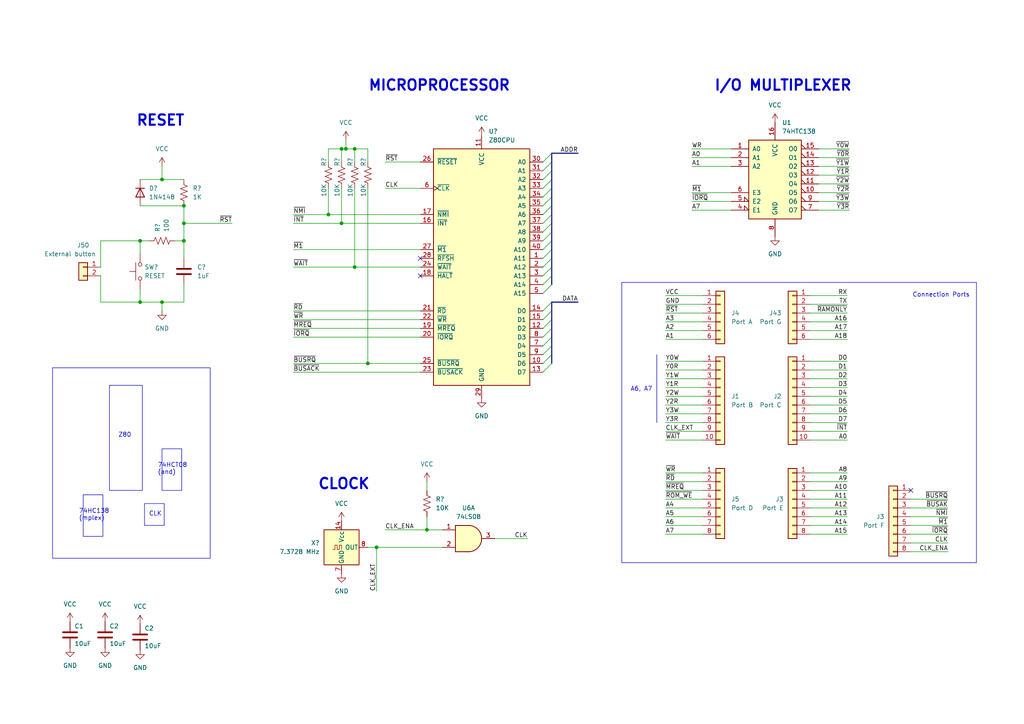
<source format=kicad_sch>
(kicad_sch (version 20230121) (generator eeschema)
  (paper "A4")
  (lib_symbols
    (symbol "74xx:74LS08" (pin_names (offset 1.016))
      (property "Reference" "U" (at 0 1.27 0))
      (property "Value" "74LS08" (at 0 -1.27 0))
      (symbol "74LS08_1_1"
        (arc (start 0 -3.81) (mid 3.7934 0) (end 0 3.81) (stroke (width 0.254)) (fill (type background)))
        (polyline (pts (xy 0 3.81) (xy -3.81 3.81) (xy -3.81 -3.81) (xy 0 -3.81)) (stroke (width 0.254)) (fill (type background)))
        (pin input line (at -7.62 2.54 0) (length 3.81) (name "~") (number "1"))
        (pin input line (at -7.62 -2.54 0) (length 3.81) (name "~") (number "2"))
        (pin output line (at 7.62 0 180) (length 3.81) (name "~") (number "3"))
      )
      (symbol "74LS08_1_2"
        (arc (start -3.81 -3.81) (mid -2.589 0) (end -3.81 3.81) (stroke (width 0.254)))
        (arc (start -0.6096 -3.81) (mid 2.1842 -2.5851) (end 3.81 0) (stroke (width 0.254)) (fill (type background)))
        (polyline (pts (xy -3.81 -3.81) (xy -0.635 -3.81)) (stroke (width 0.254)) (fill (type background)))
        (polyline (pts (xy -3.81 3.81) (xy -0.635 3.81)) (stroke (width 0.254)) (fill (type background)))
        (polyline (pts (xy -0.635 3.81) (xy -3.81 3.81) (xy -3.81 3.81) (xy -3.556 3.4036) (xy -3.0226 2.2606) (xy -2.6924 1.0414) (xy -2.6162 -0.254) (xy -2.7686 -1.4986) (xy -3.175 -2.7178) (xy -3.81 -3.81) (xy -3.81 -3.81) (xy -0.635 -3.81)) (stroke (width -25.4)) (fill (type background)))
        (arc (start 3.81 0) (mid 2.1915 2.5936) (end -0.6096 3.81) (stroke (width 0.254)) (fill (type background)))
        (pin input inverted (at -7.62 2.54 0) (length 4.318) (name "~") (number "1"))
        (pin input inverted (at -7.62 -2.54 0) (length 4.318) (name "~") (number "2"))
        (pin output inverted (at 7.62 0 180) (length 3.81) (name "~") (number "3"))
      )
      (symbol "74LS08_2_1"
        (arc (start 0 -3.81) (mid 3.7934 0) (end 0 3.81) (stroke (width 0.254)) (fill (type background)))
        (polyline (pts (xy 0 3.81) (xy -3.81 3.81) (xy -3.81 -3.81) (xy 0 -3.81)) (stroke (width 0.254)) (fill (type background)))
        (pin input line (at -7.62 2.54 0) (length 3.81) (name "~") (number "4"))
        (pin input line (at -7.62 -2.54 0) (length 3.81) (name "~") (number "5"))
        (pin output line (at 7.62 0 180) (length 3.81) (name "~") (number "6"))
      )
      (symbol "74LS08_2_2"
        (arc (start -3.81 -3.81) (mid -2.589 0) (end -3.81 3.81) (stroke (width 0.254)))
        (arc (start -0.6096 -3.81) (mid 2.1842 -2.5851) (end 3.81 0) (stroke (width 0.254)) (fill (type background)))
        (polyline (pts (xy -3.81 -3.81) (xy -0.635 -3.81)) (stroke (width 0.254)) (fill (type background)))
        (polyline (pts (xy -3.81 3.81) (xy -0.635 3.81)) (stroke (width 0.254)) (fill (type background)))
        (polyline (pts (xy -0.635 3.81) (xy -3.81 3.81) (xy -3.81 3.81) (xy -3.556 3.4036) (xy -3.0226 2.2606) (xy -2.6924 1.0414) (xy -2.6162 -0.254) (xy -2.7686 -1.4986) (xy -3.175 -2.7178) (xy -3.81 -3.81) (xy -3.81 -3.81) (xy -0.635 -3.81)) (stroke (width -25.4)) (fill (type background)))
        (arc (start 3.81 0) (mid 2.1915 2.5936) (end -0.6096 3.81) (stroke (width 0.254)) (fill (type background)))
        (pin input inverted (at -7.62 2.54 0) (length 4.318) (name "~") (number "4"))
        (pin input inverted (at -7.62 -2.54 0) (length 4.318) (name "~") (number "5"))
        (pin output inverted (at 7.62 0 180) (length 3.81) (name "~") (number "6"))
      )
      (symbol "74LS08_3_1"
        (arc (start 0 -3.81) (mid 3.7934 0) (end 0 3.81) (stroke (width 0.254)) (fill (type background)))
        (polyline (pts (xy 0 3.81) (xy -3.81 3.81) (xy -3.81 -3.81) (xy 0 -3.81)) (stroke (width 0.254)) (fill (type background)))
        (pin input line (at -7.62 -2.54 0) (length 3.81) (name "~") (number "10"))
        (pin output line (at 7.62 0 180) (length 3.81) (name "~") (number "8"))
        (pin input line (at -7.62 2.54 0) (length 3.81) (name "~") (number "9"))
      )
      (symbol "74LS08_3_2"
        (arc (start -3.81 -3.81) (mid -2.589 0) (end -3.81 3.81) (stroke (width 0.254)))
        (arc (start -0.6096 -3.81) (mid 2.1842 -2.5851) (end 3.81 0) (stroke (width 0.254)) (fill (type background)))
        (polyline (pts (xy -3.81 -3.81) (xy -0.635 -3.81)) (stroke (width 0.254)) (fill (type background)))
        (polyline (pts (xy -3.81 3.81) (xy -0.635 3.81)) (stroke (width 0.254)) (fill (type background)))
        (polyline (pts (xy -0.635 3.81) (xy -3.81 3.81) (xy -3.81 3.81) (xy -3.556 3.4036) (xy -3.0226 2.2606) (xy -2.6924 1.0414) (xy -2.6162 -0.254) (xy -2.7686 -1.4986) (xy -3.175 -2.7178) (xy -3.81 -3.81) (xy -3.81 -3.81) (xy -0.635 -3.81)) (stroke (width -25.4)) (fill (type background)))
        (arc (start 3.81 0) (mid 2.1915 2.5936) (end -0.6096 3.81) (stroke (width 0.254)) (fill (type background)))
        (pin input inverted (at -7.62 -2.54 0) (length 4.318) (name "~") (number "10"))
        (pin output inverted (at 7.62 0 180) (length 3.81) (name "~") (number "8"))
        (pin input inverted (at -7.62 2.54 0) (length 4.318) (name "~") (number "9"))
      )
      (symbol "74LS08_4_1"
        (arc (start 0 -3.81) (mid 3.7934 0) (end 0 3.81) (stroke (width 0.254)) (fill (type background)))
        (polyline (pts (xy 0 3.81) (xy -3.81 3.81) (xy -3.81 -3.81) (xy 0 -3.81)) (stroke (width 0.254)) (fill (type background)))
        (pin output line (at 7.62 0 180) (length 3.81) (name "~") (number "11"))
        (pin input line (at -7.62 2.54 0) (length 3.81) (name "~") (number "12"))
        (pin input line (at -7.62 -2.54 0) (length 3.81) (name "~") (number "13"))
      )
      (symbol "74LS08_4_2"
        (arc (start -3.81 -3.81) (mid -2.589 0) (end -3.81 3.81) (stroke (width 0.254)))
        (arc (start -0.6096 -3.81) (mid 2.1842 -2.5851) (end 3.81 0) (stroke (width 0.254)) (fill (type background)))
        (polyline (pts (xy -3.81 -3.81) (xy -0.635 -3.81)) (stroke (width 0.254)) (fill (type background)))
        (polyline (pts (xy -3.81 3.81) (xy -0.635 3.81)) (stroke (width 0.254)) (fill (type background)))
        (polyline (pts (xy -0.635 3.81) (xy -3.81 3.81) (xy -3.81 3.81) (xy -3.556 3.4036) (xy -3.0226 2.2606) (xy -2.6924 1.0414) (xy -2.6162 -0.254) (xy -2.7686 -1.4986) (xy -3.175 -2.7178) (xy -3.81 -3.81) (xy -3.81 -3.81) (xy -0.635 -3.81)) (stroke (width -25.4)) (fill (type background)))
        (arc (start 3.81 0) (mid 2.1915 2.5936) (end -0.6096 3.81) (stroke (width 0.254)) (fill (type background)))
        (pin output inverted (at 7.62 0 180) (length 3.81) (name "~") (number "11"))
        (pin input inverted (at -7.62 2.54 0) (length 4.318) (name "~") (number "12"))
        (pin input inverted (at -7.62 -2.54 0) (length 4.318) (name "~") (number "13"))
      )
      (symbol "74LS08_5_0"
        (pin power_in line (at 0 12.7 270) (length 5.08) (name "VCC") (number "14"))
        (pin power_in line (at 0 -12.7 90) (length 5.08) (name "GND") (number "7"))
      )
      (symbol "74LS08_5_1"
        (rectangle (start -5.08 7.62) (end 5.08 -7.62) (stroke (width 0.254)) (fill (type background)))
      )
    )
    (symbol "74xx:74LS138" (pin_names (offset 1.016))
      (property "Reference" "U" (at -7.62 11.43 0))
      (property "Value" "74LS138" (at -7.62 -13.97 0))
      (symbol "74LS138_1_0"
        (pin input line (at -12.7 7.62 0) (length 5.08) (name "A0") (number "1"))
        (pin output output_low (at 12.7 -5.08 180) (length 5.08) (name "O5") (number "10"))
        (pin output output_low (at 12.7 -2.54 180) (length 5.08) (name "O4") (number "11"))
        (pin output output_low (at 12.7 0 180) (length 5.08) (name "O3") (number "12"))
        (pin output output_low (at 12.7 2.54 180) (length 5.08) (name "O2") (number "13"))
        (pin output output_low (at 12.7 5.08 180) (length 5.08) (name "O1") (number "14"))
        (pin output output_low (at 12.7 7.62 180) (length 5.08) (name "O0") (number "15"))
        (pin power_in line (at 0 15.24 270) (length 5.08) (name "VCC") (number "16"))
        (pin input line (at -12.7 5.08 0) (length 5.08) (name "A1") (number "2"))
        (pin input line (at -12.7 2.54 0) (length 5.08) (name "A2") (number "3"))
        (pin input input_low (at -12.7 -10.16 0) (length 5.08) (name "E1") (number "4"))
        (pin input input_low (at -12.7 -7.62 0) (length 5.08) (name "E2") (number "5"))
        (pin input line (at -12.7 -5.08 0) (length 5.08) (name "E3") (number "6"))
        (pin output output_low (at 12.7 -10.16 180) (length 5.08) (name "O7") (number "7"))
        (pin power_in line (at 0 -17.78 90) (length 5.08) (name "GND") (number "8"))
        (pin output output_low (at 12.7 -7.62 180) (length 5.08) (name "O6") (number "9"))
      )
      (symbol "74LS138_1_1"
        (rectangle (start -7.62 10.16) (end 7.62 -12.7) (stroke (width 0.254)) (fill (type background)))
      )
    )
    (symbol "CPU:Z80CPU" (pin_names (offset 1.016))
      (property "Reference" "U" (at -13.97 35.56 0))
      (property "Value" "Z80CPU" (at 6.35 35.56 0))
      (symbol "Z80CPU_0_1"
        (rectangle (start -13.97 34.29) (end 13.97 -34.29) (stroke (width 0.254)) (fill (type background)))
      )
      (symbol "Z80CPU_1_1"
        (pin output line (at 17.78 2.54 180) (length 3.81) (name "A11") (number "1"))
        (pin bidirectional line (at 17.78 -27.94 180) (length 3.81) (name "D6") (number "10"))
        (pin power_in line (at 0 38.1 270) (length 3.81) (name "VCC") (number "11"))
        (pin bidirectional line (at 17.78 -17.78 180) (length 3.81) (name "D2") (number "12"))
        (pin bidirectional line (at 17.78 -30.48 180) (length 3.81) (name "D7") (number "13"))
        (pin bidirectional line (at 17.78 -12.7 180) (length 3.81) (name "D0") (number "14"))
        (pin bidirectional line (at 17.78 -15.24 180) (length 3.81) (name "D1") (number "15"))
        (pin input line (at -17.78 12.7 0) (length 3.81) (name "~{INT}") (number "16"))
        (pin input line (at -17.78 15.24 0) (length 3.81) (name "~{NMI}") (number "17"))
        (pin output line (at -17.78 -2.54 0) (length 3.81) (name "~{HALT}") (number "18"))
        (pin output line (at -17.78 -17.78 0) (length 3.81) (name "~{MREQ}") (number "19"))
        (pin output line (at 17.78 0 180) (length 3.81) (name "A12") (number "2"))
        (pin output line (at -17.78 -20.32 0) (length 3.81) (name "~{IORQ}") (number "20"))
        (pin output line (at -17.78 -12.7 0) (length 3.81) (name "~{RD}") (number "21"))
        (pin output line (at -17.78 -15.24 0) (length 3.81) (name "~{WR}") (number "22"))
        (pin output line (at -17.78 -30.48 0) (length 3.81) (name "~{BUSACK}") (number "23"))
        (pin input line (at -17.78 0 0) (length 3.81) (name "~{WAIT}") (number "24"))
        (pin input line (at -17.78 -27.94 0) (length 3.81) (name "~{BUSRQ}") (number "25"))
        (pin input line (at -17.78 30.48 0) (length 3.81) (name "~{RESET}") (number "26"))
        (pin output line (at -17.78 5.08 0) (length 3.81) (name "~{M1}") (number "27"))
        (pin output line (at -17.78 2.54 0) (length 3.81) (name "~{RFSH}") (number "28"))
        (pin power_in line (at 0 -38.1 90) (length 3.81) (name "GND") (number "29"))
        (pin output line (at 17.78 -2.54 180) (length 3.81) (name "A13") (number "3"))
        (pin output line (at 17.78 30.48 180) (length 3.81) (name "A0") (number "30"))
        (pin output line (at 17.78 27.94 180) (length 3.81) (name "A1") (number "31"))
        (pin output line (at 17.78 25.4 180) (length 3.81) (name "A2") (number "32"))
        (pin output line (at 17.78 22.86 180) (length 3.81) (name "A3") (number "33"))
        (pin output line (at 17.78 20.32 180) (length 3.81) (name "A4") (number "34"))
        (pin output line (at 17.78 17.78 180) (length 3.81) (name "A5") (number "35"))
        (pin output line (at 17.78 15.24 180) (length 3.81) (name "A6") (number "36"))
        (pin output line (at 17.78 12.7 180) (length 3.81) (name "A7") (number "37"))
        (pin output line (at 17.78 10.16 180) (length 3.81) (name "A8") (number "38"))
        (pin output line (at 17.78 7.62 180) (length 3.81) (name "A9") (number "39"))
        (pin output line (at 17.78 -5.08 180) (length 3.81) (name "A14") (number "4"))
        (pin output line (at 17.78 5.08 180) (length 3.81) (name "A10") (number "40"))
        (pin output line (at 17.78 -7.62 180) (length 3.81) (name "A15") (number "5"))
        (pin input clock (at -17.78 22.86 0) (length 3.81) (name "~{CLK}") (number "6"))
        (pin bidirectional line (at 17.78 -22.86 180) (length 3.81) (name "D4") (number "7"))
        (pin bidirectional line (at 17.78 -20.32 180) (length 3.81) (name "D3") (number "8"))
        (pin bidirectional line (at 17.78 -25.4 180) (length 3.81) (name "D5") (number "9"))
      )
    )
    (symbol "Connector_Generic:Conn_01x02" (pin_names (offset 1.016) hide)
      (property "Reference" "J" (at 0 2.54 0))
      (property "Value" "Conn_01x02" (at 0 -5.08 0))
      (symbol "Conn_01x02_1_1"
        (rectangle (start -1.27 -2.413) (end 0 -2.667) (stroke (width 0.1524)))
        (rectangle (start -1.27 0.127) (end 0 -0.127) (stroke (width 0.1524)))
        (rectangle (start -1.27 1.27) (end 1.27 -3.81) (stroke (width 0.254)) (fill (type background)))
        (pin passive line (at -5.08 0 0) (length 3.81) (name "Pin_1") (number "1"))
        (pin passive line (at -5.08 -2.54 0) (length 3.81) (name "Pin_2") (number "2"))
      )
    )
    (symbol "Connector_Generic:Conn_01x06" (pin_names (offset 1.016) hide)
      (property "Reference" "J" (at 0 7.62 0))
      (property "Value" "Conn_01x06" (at 0 -10.16 0))
      (symbol "Conn_01x06_1_1"
        (rectangle (start -1.27 -7.493) (end 0 -7.747) (stroke (width 0.1524)))
        (rectangle (start -1.27 -4.953) (end 0 -5.207) (stroke (width 0.1524)))
        (rectangle (start -1.27 -2.413) (end 0 -2.667) (stroke (width 0.1524)))
        (rectangle (start -1.27 0.127) (end 0 -0.127) (stroke (width 0.1524)))
        (rectangle (start -1.27 2.667) (end 0 2.413) (stroke (width 0.1524)))
        (rectangle (start -1.27 5.207) (end 0 4.953) (stroke (width 0.1524)))
        (rectangle (start -1.27 6.35) (end 1.27 -8.89) (stroke (width 0.254)) (fill (type background)))
        (pin passive line (at -5.08 5.08 0) (length 3.81) (name "Pin_1") (number "1"))
        (pin passive line (at -5.08 2.54 0) (length 3.81) (name "Pin_2") (number "2"))
        (pin passive line (at -5.08 0 0) (length 3.81) (name "Pin_3") (number "3"))
        (pin passive line (at -5.08 -2.54 0) (length 3.81) (name "Pin_4") (number "4"))
        (pin passive line (at -5.08 -5.08 0) (length 3.81) (name "Pin_5") (number "5"))
        (pin passive line (at -5.08 -7.62 0) (length 3.81) (name "Pin_6") (number "6"))
      )
    )
    (symbol "Connector_Generic:Conn_01x08" (pin_names (offset 1.016) hide)
      (property "Reference" "J" (at 0 10.16 0))
      (property "Value" "Conn_01x08" (at 0 -12.7 0))
      (symbol "Conn_01x08_1_1"
        (rectangle (start -1.27 -10.033) (end 0 -10.287) (stroke (width 0.1524)))
        (rectangle (start -1.27 -7.493) (end 0 -7.747) (stroke (width 0.1524)))
        (rectangle (start -1.27 -4.953) (end 0 -5.207) (stroke (width 0.1524)))
        (rectangle (start -1.27 -2.413) (end 0 -2.667) (stroke (width 0.1524)))
        (rectangle (start -1.27 0.127) (end 0 -0.127) (stroke (width 0.1524)))
        (rectangle (start -1.27 2.667) (end 0 2.413) (stroke (width 0.1524)))
        (rectangle (start -1.27 5.207) (end 0 4.953) (stroke (width 0.1524)))
        (rectangle (start -1.27 7.747) (end 0 7.493) (stroke (width 0.1524)))
        (rectangle (start -1.27 8.89) (end 1.27 -11.43) (stroke (width 0.254)) (fill (type background)))
        (pin passive line (at -5.08 7.62 0) (length 3.81) (name "Pin_1") (number "1"))
        (pin passive line (at -5.08 5.08 0) (length 3.81) (name "Pin_2") (number "2"))
        (pin passive line (at -5.08 2.54 0) (length 3.81) (name "Pin_3") (number "3"))
        (pin passive line (at -5.08 0 0) (length 3.81) (name "Pin_4") (number "4"))
        (pin passive line (at -5.08 -2.54 0) (length 3.81) (name "Pin_5") (number "5"))
        (pin passive line (at -5.08 -5.08 0) (length 3.81) (name "Pin_6") (number "6"))
        (pin passive line (at -5.08 -7.62 0) (length 3.81) (name "Pin_7") (number "7"))
        (pin passive line (at -5.08 -10.16 0) (length 3.81) (name "Pin_8") (number "8"))
      )
    )
    (symbol "Connector_Generic:Conn_01x10" (pin_names (offset 1.016) hide)
      (property "Reference" "J" (at 0 12.7 0))
      (property "Value" "Conn_01x10" (at 0 -15.24 0))
      (symbol "Conn_01x10_1_1"
        (rectangle (start -1.27 -12.573) (end 0 -12.827) (stroke (width 0.1524)))
        (rectangle (start -1.27 -10.033) (end 0 -10.287) (stroke (width 0.1524)))
        (rectangle (start -1.27 -7.493) (end 0 -7.747) (stroke (width 0.1524)))
        (rectangle (start -1.27 -4.953) (end 0 -5.207) (stroke (width 0.1524)))
        (rectangle (start -1.27 -2.413) (end 0 -2.667) (stroke (width 0.1524)))
        (rectangle (start -1.27 0.127) (end 0 -0.127) (stroke (width 0.1524)))
        (rectangle (start -1.27 2.667) (end 0 2.413) (stroke (width 0.1524)))
        (rectangle (start -1.27 5.207) (end 0 4.953) (stroke (width 0.1524)))
        (rectangle (start -1.27 7.747) (end 0 7.493) (stroke (width 0.1524)))
        (rectangle (start -1.27 10.287) (end 0 10.033) (stroke (width 0.1524)))
        (rectangle (start -1.27 11.43) (end 1.27 -13.97) (stroke (width 0.254)) (fill (type background)))
        (pin passive line (at -5.08 10.16 0) (length 3.81) (name "Pin_1") (number "1"))
        (pin passive line (at -5.08 -12.7 0) (length 3.81) (name "Pin_10") (number "10"))
        (pin passive line (at -5.08 7.62 0) (length 3.81) (name "Pin_2") (number "2"))
        (pin passive line (at -5.08 5.08 0) (length 3.81) (name "Pin_3") (number "3"))
        (pin passive line (at -5.08 2.54 0) (length 3.81) (name "Pin_4") (number "4"))
        (pin passive line (at -5.08 0 0) (length 3.81) (name "Pin_5") (number "5"))
        (pin passive line (at -5.08 -2.54 0) (length 3.81) (name "Pin_6") (number "6"))
        (pin passive line (at -5.08 -5.08 0) (length 3.81) (name "Pin_7") (number "7"))
        (pin passive line (at -5.08 -7.62 0) (length 3.81) (name "Pin_8") (number "8"))
        (pin passive line (at -5.08 -10.16 0) (length 3.81) (name "Pin_9") (number "9"))
      )
    )
    (symbol "Device:C" (pin_numbers hide) (pin_names (offset 0.254))
      (property "Reference" "C" (at 0.635 2.54 0))
      (property "Value" "C" (at 0.635 -2.54 0))
      (symbol "C_0_1"
        (polyline (pts (xy -2.032 -0.762) (xy 2.032 -0.762)) (stroke (width 0.508)))
        (polyline (pts (xy -2.032 0.762) (xy 2.032 0.762)) (stroke (width 0.508)))
      )
      (symbol "C_1_1"
        (pin passive line (at 0 3.81 270) (length 2.794) (name "~") (number "1"))
        (pin passive line (at 0 -3.81 90) (length 2.794) (name "~") (number "2"))
      )
    )
    (symbol "Device:R_US" (pin_numbers hide) (pin_names (offset 0))
      (property "Reference" "R" (at 2.54 0 90))
      (property "Value" "R_US" (at -2.54 0 90))
      (symbol "R_US_0_1"
        (polyline (pts (xy 0 -2.286) (xy 0 -2.54)))
        (polyline (pts (xy 0 2.286) (xy 0 2.54)))
        (polyline (pts (xy 0 -0.762) (xy 1.016 -1.143) (xy 0 -1.524) (xy -1.016 -1.905) (xy 0 -2.286)))
        (polyline (pts (xy 0 0.762) (xy 1.016 0.381) (xy 0 0) (xy -1.016 -0.381) (xy 0 -0.762)))
        (polyline (pts (xy 0 2.286) (xy 1.016 1.905) (xy 0 1.524) (xy -1.016 1.143) (xy 0 0.762)))
      )
      (symbol "R_US_1_1"
        (pin passive line (at 0 3.81 270) (length 1.27) (name "~") (number "1"))
        (pin passive line (at 0 -3.81 90) (length 1.27) (name "~") (number "2"))
      )
    )
    (symbol "Diode:1N4148" (pin_numbers hide) (pin_names (offset 1.016) hide)
      (property "Reference" "D" (at 0 2.54 0))
      (property "Value" "1N4148" (at 0 -2.54 0))
      (symbol "1N4148_0_1"
        (polyline (pts (xy -1.27 1.27) (xy -1.27 -1.27)) (stroke (width 0.254)))
        (polyline (pts (xy 1.27 0) (xy -1.27 0)))
        (polyline (pts (xy 1.27 1.27) (xy 1.27 -1.27) (xy -1.27 0) (xy 1.27 1.27)) (stroke (width 0.254)))
      )
      (symbol "1N4148_1_1"
        (pin passive line (at -3.81 0 0) (length 2.54) (name "K") (number "1"))
        (pin passive line (at 3.81 0 180) (length 2.54) (name "A") (number "2"))
      )
    )
    (symbol "Oscillator:ACO-xxxMHz" (pin_names (offset 0.254))
      (property "Reference" "X" (at -5.08 6.35 0))
      (property "Value" "ACO-xxxMHz" (at 1.27 -6.35 0))
      (symbol "ACO-xxxMHz_0_1"
        (rectangle (start -5.08 5.08) (end 5.08 -5.08) (stroke (width 0.254)) (fill (type background)))
        (polyline (pts (xy -2.54 -0.635) (xy -1.905 -0.635) (xy -1.905 0.635) (xy -1.27 0.635) (xy -1.27 -0.635) (xy -0.635 -0.635) (xy -0.635 0.635) (xy 0 0.635) (xy 0 -0.635)))
      )
      (symbol "ACO-xxxMHz_1_1"
        (pin no_connect line (at -7.62 0 0) (length 2.54) hide (name "NC") (number "1"))
        (pin power_in line (at 0 7.62 270) (length 2.54) (name "Vcc") (number "14"))
        (pin power_in line (at 0 -7.62 90) (length 2.54) (name "GND") (number "7"))
        (pin output line (at 7.62 0 180) (length 2.54) (name "OUT") (number "8"))
      )
    )
    (symbol "Switch:SW_Push" (pin_numbers hide) (pin_names (offset 1.016) hide)
      (property "Reference" "SW" (at 1.27 2.54 0))
      (property "Value" "SW_Push" (at 0 -1.524 0))
      (symbol "SW_Push_0_1"
        (circle (center -2.032 0) (radius 0.508))
        (polyline (pts (xy 0 1.27) (xy 0 3.048)))
        (polyline (pts (xy 2.54 1.27) (xy -2.54 1.27)))
        (circle (center 2.032 0) (radius 0.508))
        (pin passive line (at -5.08 0 0) (length 2.54) (name "1") (number "1"))
        (pin passive line (at 5.08 0 180) (length 2.54) (name "2") (number "2"))
      )
    )
    (symbol "power:GND" (power) (pin_names (offset 0))
      (property "Value" "GND" (at 0 -3.81 0))
      (symbol "GND_0_1"
        (polyline (pts (xy 0 0) (xy 0 -1.27) (xy 1.27 -1.27) (xy 0 -2.54) (xy -1.27 -1.27) (xy 0 -1.27)))
      )
      (symbol "GND_1_1"
        (pin power_in line (at 0 0 270) (length 0) hide (name "GND") (number "1"))
      )
    )
    (symbol "power:VCC" (power) (pin_names (offset 0))
      (property "Value" "VCC" (at 0 3.81 0))
      (symbol "VCC_0_1"
        (polyline (pts (xy -0.762 1.27) (xy 0 2.54)))
        (polyline (pts (xy 0 0) (xy 0 2.54)))
        (polyline (pts (xy 0 2.54) (xy 0.762 1.27)))
      )
      (symbol "VCC_1_1"
        (pin power_in line (at 0 0 90) (length 0) hide (name "VCC") (number "1"))
      )
    )
  )
  (junction (at 46.99 87.63))
  (junction (at 46.99 52.07))
  (junction (at 109.22 158.75))
  (junction (at 99.06 64.77))
  (junction (at 53.34 64.77))
  (junction (at 40.64 69.85))
  (junction (at 53.34 69.85))
  (junction (at 102.87 43.18))
  (junction (at 100.33 43.18))
  (junction (at 40.64 87.63))
  (junction (at 53.34 59.69))
  (junction (at 123.825 153.67))
  (junction (at 95.25 62.23))
  (junction (at 99.06 43.18))
  (junction (at 106.68 105.41))
  (junction (at 102.87 77.47))
  (no_connect (at 264.16 142.24))
  (no_connect (at 121.92 80.01))
  (no_connect (at 121.92 74.93))
  (bus_entry (at 157.48 82.55) (size 2.54 -2.54))
  (bus_entry (at 157.48 90.17) (size 2.54 -2.54))
  (bus_entry (at 157.48 54.61) (size 2.54 -2.54))
  (bus_entry (at 157.48 100.33) (size 2.54 -2.54))
  (bus_entry (at 157.48 46.99) (size 2.54 -2.54))
  (bus_entry (at 157.48 77.47) (size 2.54 -2.54))
  (bus_entry (at 157.48 74.93) (size 2.54 -2.54))
  (bus_entry (at 157.48 57.15) (size 2.54 -2.54))
  (bus_entry (at 157.48 64.77) (size 2.54 -2.54))
  (bus_entry (at 157.48 85.09) (size 2.54 -2.54))
  (bus_entry (at 157.48 92.71) (size 2.54 -2.54))
  (bus_entry (at 157.48 72.39) (size 2.54 -2.54))
  (bus_entry (at 157.48 49.53) (size 2.54 -2.54))
  (bus_entry (at 157.48 59.69) (size 2.54 -2.54))
  (bus_entry (at 157.48 67.31) (size 2.54 -2.54))
  (bus_entry (at 157.48 69.85) (size 2.54 -2.54))
  (bus_entry (at 157.48 102.87) (size 2.54 -2.54))
  (bus_entry (at 157.48 105.41) (size 2.54 -2.54))
  (bus_entry (at 157.48 95.25) (size 2.54 -2.54))
  (bus_entry (at 157.48 97.79) (size 2.54 -2.54))
  (bus_entry (at 157.48 62.23) (size 2.54 -2.54))
  (bus_entry (at 157.48 107.95) (size 2.54 -2.54))
  (bus_entry (at 157.48 52.07) (size 2.54 -2.54))
  (bus_entry (at 157.48 80.01) (size 2.54 -2.54))
  (wire (pts (xy 29.21 87.63) (xy 40.64 87.63)))
  (wire (pts (xy 193.04 112.395) (xy 203.835 112.395)))
  (wire (pts (xy 53.34 64.77) (xy 67.31 64.77)))
  (wire (pts (xy 245.745 117.475) (xy 234.95 117.475)))
  (wire (pts (xy 40.64 59.69) (xy 53.34 59.69)))
  (wire (pts (xy 200.66 45.72) (xy 212.09 45.72)))
  (wire (pts (xy 237.49 60.96) (xy 246.38 60.96)))
  (wire (pts (xy 29.21 69.85) (xy 40.64 69.85)))
  (wire (pts (xy 85.09 77.47) (xy 102.87 77.47)))
  (wire (pts (xy 53.34 82.55) (xy 53.34 87.63)))
  (wire (pts (xy 85.09 107.95) (xy 121.92 107.95)))
  (wire (pts (xy 193.04 98.425) (xy 203.835 98.425)))
  (wire (pts (xy 111.76 54.61) (xy 121.92 54.61)))
  (wire (pts (xy 200.66 55.88) (xy 212.09 55.88)))
  (wire (pts (xy 40.64 73.66) (xy 40.64 69.85)))
  (wire (pts (xy 237.49 48.26) (xy 246.38 48.26)))
  (wire (pts (xy 193.04 93.345) (xy 203.835 93.345)))
  (wire (pts (xy 274.955 160.02) (xy 264.16 160.02)))
  (wire (pts (xy 193.04 85.725) (xy 203.835 85.725)))
  (wire (pts (xy 95.25 46.99) (xy 95.25 43.18)))
  (wire (pts (xy 245.745 154.94) (xy 234.95 154.94)))
  (wire (pts (xy 193.04 104.775) (xy 203.835 104.775)))
  (wire (pts (xy 85.09 72.39) (xy 121.92 72.39)))
  (bus (pts (xy 160.02 64.77) (xy 160.02 62.23)))
  (wire (pts (xy 245.745 95.885) (xy 234.95 95.885)))
  (wire (pts (xy 95.25 62.23) (xy 121.92 62.23)))
  (wire (pts (xy 143.51 156.21) (xy 153.035 156.21)))
  (wire (pts (xy 245.745 147.32) (xy 234.95 147.32)))
  (wire (pts (xy 274.955 144.78) (xy 264.16 144.78)))
  (wire (pts (xy 193.04 137.16) (xy 203.835 137.16)))
  (wire (pts (xy 245.745 85.725) (xy 234.95 85.725)))
  (wire (pts (xy 245.745 139.7) (xy 234.95 139.7)))
  (bus (pts (xy 160.02 49.53) (xy 160.02 46.99)))
  (bus (pts (xy 160.02 105.41) (xy 160.02 102.87)))
  (wire (pts (xy 193.04 147.32) (xy 203.835 147.32)))
  (wire (pts (xy 274.955 147.32) (xy 264.16 147.32)))
  (wire (pts (xy 102.87 54.61) (xy 102.87 77.47)))
  (wire (pts (xy 95.25 54.61) (xy 95.25 62.23)))
  (wire (pts (xy 111.76 46.99) (xy 121.92 46.99)))
  (wire (pts (xy 46.99 52.07) (xy 53.34 52.07)))
  (wire (pts (xy 102.87 43.18) (xy 102.87 46.99)))
  (wire (pts (xy 193.04 95.885) (xy 203.835 95.885)))
  (wire (pts (xy 106.68 158.75) (xy 109.22 158.75)))
  (wire (pts (xy 95.25 43.18) (xy 99.06 43.18)))
  (bus (pts (xy 160.02 102.87) (xy 160.02 100.33)))
  (wire (pts (xy 234.95 90.805) (xy 245.745 90.805)))
  (wire (pts (xy 193.04 127.635) (xy 203.835 127.635)))
  (wire (pts (xy 111.76 153.67) (xy 123.825 153.67)))
  (wire (pts (xy 102.87 77.47) (xy 121.92 77.47)))
  (wire (pts (xy 193.04 125.095) (xy 203.835 125.095)))
  (wire (pts (xy 237.49 58.42) (xy 246.38 58.42)))
  (bus (pts (xy 160.02 87.63) (xy 167.64 87.63)))
  (wire (pts (xy 200.66 43.18) (xy 212.09 43.18)))
  (wire (pts (xy 99.06 54.61) (xy 99.06 64.77)))
  (wire (pts (xy 245.745 98.425) (xy 234.95 98.425)))
  (wire (pts (xy 245.745 149.86) (xy 234.95 149.86)))
  (wire (pts (xy 100.33 43.18) (xy 102.87 43.18)))
  (wire (pts (xy 200.66 48.26) (xy 212.09 48.26)))
  (wire (pts (xy 100.33 40.64) (xy 100.33 43.18)))
  (wire (pts (xy 99.06 64.77) (xy 121.92 64.77)))
  (wire (pts (xy 40.64 87.63) (xy 46.99 87.63)))
  (wire (pts (xy 40.64 69.85) (xy 43.18 69.85)))
  (wire (pts (xy 237.49 45.72) (xy 246.38 45.72)))
  (wire (pts (xy 46.99 87.63) (xy 46.99 90.17)))
  (wire (pts (xy 193.04 117.475) (xy 203.835 117.475)))
  (wire (pts (xy 193.04 144.78) (xy 203.835 144.78)))
  (bus (pts (xy 160.02 77.47) (xy 160.02 80.01)))
  (wire (pts (xy 106.68 105.41) (xy 121.92 105.41)))
  (wire (pts (xy 245.745 125.095) (xy 234.95 125.095)))
  (wire (pts (xy 123.825 149.86) (xy 123.825 153.67)))
  (bus (pts (xy 160.02 97.79) (xy 160.02 95.25)))
  (wire (pts (xy 193.04 149.86) (xy 203.835 149.86)))
  (wire (pts (xy 85.09 92.71) (xy 121.92 92.71)))
  (wire (pts (xy 85.09 95.25) (xy 121.92 95.25)))
  (wire (pts (xy 245.745 152.4) (xy 234.95 152.4)))
  (wire (pts (xy 29.21 77.47) (xy 29.21 69.85)))
  (bus (pts (xy 160.02 100.33) (xy 160.02 97.79)))
  (wire (pts (xy 245.745 107.315) (xy 234.95 107.315)))
  (wire (pts (xy 193.04 109.855) (xy 203.835 109.855)))
  (wire (pts (xy 245.745 104.775) (xy 234.95 104.775)))
  (wire (pts (xy 237.49 55.88) (xy 246.38 55.88)))
  (wire (pts (xy 102.87 43.18) (xy 106.68 43.18)))
  (wire (pts (xy 123.825 153.67) (xy 128.27 153.67)))
  (wire (pts (xy 99.06 43.18) (xy 99.06 46.99)))
  (bus (pts (xy 160.02 46.99) (xy 160.02 44.45)))
  (wire (pts (xy 53.34 69.85) (xy 50.8 69.85)))
  (wire (pts (xy 245.745 112.395) (xy 234.95 112.395)))
  (wire (pts (xy 193.04 114.935) (xy 203.835 114.935)))
  (wire (pts (xy 245.745 137.16) (xy 234.95 137.16)))
  (bus (pts (xy 160.02 57.15) (xy 160.02 54.61)))
  (bus (pts (xy 160.02 74.93) (xy 160.02 77.47)))
  (wire (pts (xy 245.745 142.24) (xy 234.95 142.24)))
  (bus (pts (xy 160.02 72.39) (xy 160.02 69.85)))
  (bus (pts (xy 160.02 69.85) (xy 160.02 67.31)))
  (wire (pts (xy 109.22 171.45) (xy 109.22 158.75)))
  (wire (pts (xy 85.09 105.41) (xy 106.68 105.41)))
  (wire (pts (xy 200.66 58.42) (xy 212.09 58.42)))
  (wire (pts (xy 237.49 50.8) (xy 246.38 50.8)))
  (bus (pts (xy 160.02 62.23) (xy 160.02 59.69)))
  (wire (pts (xy 99.06 43.18) (xy 100.33 43.18)))
  (wire (pts (xy 46.99 87.63) (xy 53.34 87.63)))
  (bus (pts (xy 160.02 44.45) (xy 167.64 44.45)))
  (bus (pts (xy 160.02 80.01) (xy 160.02 82.55)))
  (wire (pts (xy 245.745 88.265) (xy 234.95 88.265)))
  (wire (pts (xy 29.21 80.01) (xy 29.21 87.63)))
  (bus (pts (xy 160.02 92.71) (xy 160.02 90.17)))
  (bus (pts (xy 160.02 54.61) (xy 160.02 52.07)))
  (bus (pts (xy 160.02 52.07) (xy 160.02 49.53)))
  (wire (pts (xy 274.955 157.48) (xy 264.16 157.48)))
  (wire (pts (xy 245.745 93.345) (xy 234.95 93.345)))
  (wire (pts (xy 245.745 144.78) (xy 234.95 144.78)))
  (wire (pts (xy 274.955 152.4) (xy 264.16 152.4)))
  (wire (pts (xy 237.49 53.34) (xy 246.38 53.34)))
  (wire (pts (xy 109.22 158.75) (xy 128.27 158.75)))
  (wire (pts (xy 274.955 154.94) (xy 264.16 154.94)))
  (wire (pts (xy 46.99 48.26) (xy 46.99 52.07)))
  (wire (pts (xy 274.955 149.86) (xy 264.16 149.86)))
  (wire (pts (xy 85.09 62.23) (xy 95.25 62.23)))
  (wire (pts (xy 106.68 54.61) (xy 106.68 105.41)))
  (wire (pts (xy 40.64 52.07) (xy 46.99 52.07)))
  (bus (pts (xy 160.02 74.93) (xy 160.02 72.39)))
  (wire (pts (xy 85.09 90.17) (xy 121.92 90.17)))
  (wire (pts (xy 245.745 109.855) (xy 234.95 109.855)))
  (wire (pts (xy 245.745 127.635) (xy 234.95 127.635)))
  (wire (pts (xy 245.745 114.935) (xy 234.95 114.935)))
  (wire (pts (xy 193.04 90.805) (xy 203.835 90.805)))
  (wire (pts (xy 53.34 74.93) (xy 53.34 69.85)))
  (wire (pts (xy 106.68 43.18) (xy 106.68 46.99)))
  (wire (pts (xy 193.04 120.015) (xy 203.835 120.015)))
  (wire (pts (xy 40.64 83.82) (xy 40.64 87.63)))
  (wire (pts (xy 193.04 154.94) (xy 203.835 154.94)))
  (wire (pts (xy 200.66 60.96) (xy 212.09 60.96)))
  (wire (pts (xy 193.04 152.4) (xy 203.835 152.4)))
  (wire (pts (xy 53.34 64.77) (xy 53.34 69.85)))
  (wire (pts (xy 237.49 43.18) (xy 246.38 43.18)))
  (wire (pts (xy 193.04 107.315) (xy 203.835 107.315)))
  (bus (pts (xy 160.02 95.25) (xy 160.02 92.71)))
  (wire (pts (xy 193.04 139.7) (xy 203.835 139.7)))
  (wire (pts (xy 193.04 122.555) (xy 203.835 122.555)))
  (wire (pts (xy 245.745 122.555) (xy 234.95 122.555)))
  (wire (pts (xy 193.04 88.265) (xy 203.835 88.265)))
  (wire (pts (xy 245.745 120.015) (xy 234.95 120.015)))
  (bus (pts (xy 160.02 59.69) (xy 160.02 57.15)))
  (bus (pts (xy 160.02 90.17) (xy 160.02 87.63)))
  (wire (pts (xy 85.09 97.79) (xy 121.92 97.79)))
  (wire (pts (xy 53.34 59.69) (xy 53.34 64.77)))
  (bus (pts (xy 160.02 67.31) (xy 160.02 64.77)))
  (wire (pts (xy 85.09 64.77) (xy 99.06 64.77)))
  (wire (pts (xy 123.825 139.7) (xy 123.825 142.24)))
  (wire (pts (xy 193.04 142.24) (xy 203.835 142.24)))
  (rectangle (start 15.24 106.68) (end 60.96 161.925))
  (rectangle (start 31.75 111.76) (end 41.275 142.24))
  (rectangle (start 41.91 146.05) (end 47.625 152.4))
  (rectangle (start 180.34 81.915) (end 283.21 163.195))
  (rectangle (start 46.99 130.175) (end 52.705 142.24))
  (rectangle (start 190.5 102.87) (end 190.5 122.555))
  (rectangle (start 24.13 143.51) (end 29.845 155.575))
  (text "CLOCK" (at 92.075 142.24 0) (effects (font (size 3 3) (thickness 0.6) bold) (justify left bottom)))
  (text "Connection Ports" (at 281.305 86.36 0) (effects (font (size 1.27 1.27)) (justify right bottom)))
  (text "74HCT08\n(and)" (at 45.72 137.795 0) (effects (font (size 1.27 1.27)) (justify left bottom)))
  (text "CLK" (at 43.18 149.86 0) (effects (font (size 1.27 1.27)) (justify left bottom)))
  (text "I/O MULTIPLEXER" (at 207.01 26.67 0) (effects (font (size 3 3) (thickness 0.6) bold) (justify left bottom)))
  (text "Z80" (at 34.29 127 0) (effects (font (size 1.27 1.27)) (justify left bottom)))
  (text "74HC138\n(mplex)" (at 22.86 151.13 0) (effects (font (size 1.27 1.27)) (justify left bottom)))
  (text "RESET" (at 39.37 36.83 0) (effects (font (size 3 3) (thickness 0.6) bold) (justify left bottom)))
  (text "A6, A7" (at 189.23 113.665 0) (effects (font (size 1.27 1.27)) (justify right bottom)))
  (text "MICROPROCESSOR" (at 106.68 26.67 0) (effects (font (size 3 3) (thickness 0.6) bold) (justify left bottom)))
  (label "A10" (at 245.745 142.24 180))
  (label "A0" (at 245.745 127.635 180))
  (label "D2" (at 245.745 109.855 180))
  (label "~{BUSAK}" (at 274.955 147.32 180))
  (label "A13" (at 245.745 149.86 180))
  (label "~{MREQ}" (at 193.04 142.24 0))
  (label "Y0R" (at 193.04 107.315 0))
  (label "A7" (at 200.66 60.96 0))
  (label "A5" (at 193.04 149.86 0))
  (label "D6" (at 245.745 120.015 180))
  (label "~{RST}" (at 111.76 46.99 0))
  (label "~{RAMONLY}" (at 245.745 90.805 180))
  (label "~{M1}" (at 200.66 55.88 0))
  (label "~{INT}" (at 245.745 125.095 180))
  (label "D1" (at 245.745 107.315 180))
  (label "D7" (at 245.745 122.555 180))
  (label "Y3W" (at 193.04 120.015 0))
  (label "A6" (at 193.04 152.4 0))
  (label "A12" (at 245.745 147.32 180))
  (label "A16" (at 245.745 93.345 180))
  (label "~{IORQ}" (at 85.09 97.79 0))
  (label "GND" (at 193.04 88.265 0))
  (label "A11" (at 245.745 144.78 180))
  (label "~{IORQ}" (at 200.66 58.42 0))
  (label "~{Y2W}" (at 246.38 53.34 180))
  (label "~{IORQ}" (at 274.955 154.94 180))
  (label "Y1W" (at 193.04 109.855 0))
  (label "~{MREQ}" (at 85.09 95.25 0))
  (label "~{INT}" (at 85.09 64.77 0))
  (label "A1" (at 193.04 98.425 0))
  (label "CLK" (at 274.955 157.48 180))
  (label "~{RD}" (at 193.04 139.7 0))
  (label "ADDR" (at 167.64 44.45 180))
  (label "A1" (at 200.66 48.26 0))
  (label "CLK" (at 111.76 54.61 0))
  (label "D3" (at 245.745 112.395 180))
  (label "~{ROM_WE}" (at 193.04 144.78 0))
  (label "RX" (at 245.745 85.725 180))
  (label "CLK_EXT" (at 193.04 125.095 0))
  (label "CLK" (at 153.035 156.21 180))
  (label "CLK_EXT" (at 109.22 171.45 90))
  (label "~{RD}" (at 85.09 90.17 0))
  (label "~{WR}" (at 193.04 137.16 0))
  (label "A9" (at 245.745 139.7 180))
  (label "WR" (at 200.66 43.18 0))
  (label "~{BUSACK}" (at 85.09 107.95 0))
  (label "~{Y1W}" (at 246.38 48.26 180))
  (label "Y2W" (at 193.04 114.935 0))
  (label "CLK_ENA" (at 111.76 153.67 0))
  (label "~{M1}" (at 85.09 72.39 0))
  (label "A2" (at 193.04 95.885 0))
  (label "~{Y3R}" (at 246.38 60.96 180))
  (label "VCC" (at 193.04 85.725 0))
  (label "A18" (at 245.745 98.425 180))
  (label "~{Y0R}" (at 246.38 45.72 180))
  (label "A0" (at 200.66 45.72 0))
  (label "D0" (at 245.745 104.775 180))
  (label "DATA" (at 167.64 87.63 180))
  (label "Y1R" (at 193.04 112.395 0))
  (label "A4" (at 193.04 147.32 0))
  (label "~{RST}" (at 193.04 90.805 0))
  (label "~{M1}" (at 274.955 152.4 180))
  (label "Y2R" (at 193.04 117.475 0))
  (label "~{RST}" (at 67.31 64.77 180))
  (label "~{NMI}" (at 85.09 62.23 0))
  (label "~{WAIT}" (at 193.04 127.635 0))
  (label "~{BUSRQ}" (at 274.955 144.78 180))
  (label "D4" (at 245.745 114.935 180))
  (label "~{NMI}" (at 274.955 149.86 180))
  (label "CLK_ENA" (at 274.955 160.02 180))
  (label "A14" (at 245.745 152.4 180))
  (label "A17" (at 245.745 95.885 180))
  (label "~{BUSRQ}" (at 85.09 105.41 0))
  (label "A15" (at 245.745 154.94 180))
  (label "A3" (at 193.04 93.345 0))
  (label "~{Y2R}" (at 246.38 55.88 180))
  (label "~{WAIT}" (at 85.09 77.47 0))
  (label "~{Y3W}" (at 246.38 58.42 180))
  (label "TX" (at 245.745 88.265 180))
  (label "~{Y0W}" (at 246.38 43.18 180))
  (label "A8" (at 245.745 137.16 180))
  (label "Y0W" (at 193.04 104.775 0))
  (label "~{Y1R}" (at 246.38 50.8 180))
  (label "Y3R" (at 193.04 122.555 0))
  (label "~{WR}" (at 85.09 92.71 0))
  (label "D5" (at 245.745 117.475 180))
  (label "A7" (at 193.04 154.94 0))
  (symbol (lib_id "CPU:Z80CPU") (at 139.7 77.47 0) (unit 1)
    (property "Reference" "U?" (at 141.7194 38.1 0) (effects (justify left)))
    (property "Value" "Z80CPU" (at 141.7194 40.64 0) (effects (justify left)))
    (property "Datasheet" "www.zilog.com/manage_directlink.php?filepath=docs/z80/um0080" (effects hide))
    (instances (project "fortuna-s" (path "" (reference "U?") (unit 1))) (project "fortuna-box" (path "" (reference "U1") (unit 1))))
  )
  (symbol (lib_id "74xx:74LS138") (at 224.79 50.8 0) (unit 1)
    (property "Reference" "U1" (at 226.8094 35.56 0) (effects (justify left)))
    (property "Value" "74HTC138" (at 226.8094 38.1 0) (effects (justify left)))
    (property "Datasheet" "http://www.ti.com/lit/gpn/sn74LS138" (effects hide))
    (instances (project "fortuna-s" (path "" (reference "U1") (unit 1)) (path "" (reference "U1") (unit 1)) (path "" (reference "U1") (unit 1))) (project "fortuna-box" (path "" (reference "U2") (unit 1))))
  )
  (symbol (lib_id "Device:C") (at 20.32 184.15 0) (unit 1)
    (property "Reference" "C1" (at 21.59 181.61 0) (effects (justify left)))
    (property "Value" "10uF" (at 21.59 186.69 0) (effects (justify left)))
    (instances (project "fortuna-s" (path "" (reference "C1") (unit 1)) (path "" (reference "C2") (unit 1))) (project "fortuna-box" (path "" (reference "C2") (unit 1))))
  )
  (symbol (lib_id "Diode:1N4148") (at 40.64 55.88 270) (unit 1)
    (property "Reference" "D?" (at 43.18 54.6099 90) (effects (justify left)))
    (property "Value" "1N4148" (at 43.18 57.1499 90) (effects (justify left)))
    (property "Footprint" "Diode_THT:D_DO-35_SOD27_P7.62mm_Horizontal" (effects hide))
    (property "Datasheet" "https://assets.nexperia.com/documents/data-sheet/1N4148_1N4448.pdf" (effects hide))
    (instances (project "fortuna-s" (path "" (reference "D?") (unit 1))) (project "fortuna-box" (path "" (reference "D2") (unit 1))))
  )
  (symbol (lib_id "Device:R_US") (at 46.99 69.85 270) (unit 1)
    (property "Reference" "R?" (at 45.7199 67.31 0) (effects (justify right)))
    (property "Value" "100" (at 48.2599 67.31 0) (effects (justify right)))
    (instances (project "fortuna-s" (path "" (reference "R?") (unit 1))) (project "fortuna-box" (path "" (reference "R2") (unit 1))))
  )
  (symbol (lib_id "power:GND") (at 99.06 166.37 0) (unit 1)
    (property "Reference" "#PWR?" (effects hide))
    (property "Value" "GND" (at 99.06 171.45 0))
    (instances (project "fortuna-s" (path "" (reference "#PWR?") (unit 1))) (project "fortuna-box" (path "" (reference "#PWR012") (unit 1))))
  )
  (symbol (lib_id "power:GND") (at 46.99 90.17 0) (unit 1)
    (property "Reference" "#PWR?" (effects hide))
    (property "Value" "GND" (at 46.99 95.25 0))
    (instances (project "fortuna-s" (path "" (reference "#PWR?") (unit 1))) (project "fortuna-box" (path "" (reference "#PWR07") (unit 1))))
  )
  (symbol (lib_id "power:VCC") (at 123.825 139.7 0) (unit 1)
    (property "Reference" "#PWR?" (effects hide))
    (property "Value" "VCC" (at 123.825 134.62 0))
    (instances (project "fortuna-s" (path "" (reference "#PWR?") (unit 1))) (project "fortuna-box" (path "" (reference "#PWR053") (unit 1))))
  )
  (symbol (lib_id "Device:R_US") (at 102.87 50.8 180) (unit 1)
    (property "Reference" "R?" (at 101.6 48.26 90) (effects (justify right)))
    (property "Value" "10K" (at 101.6 57.15 90) (effects (justify right)))
    (instances (project "fortuna-s" (path "" (reference "R?") (unit 1))) (project "fortuna-box" (path "" (reference "R6") (unit 1))))
  )
  (symbol (lib_id "Device:C") (at 30.48 184.15 0) (unit 1)
    (property "Reference" "C2" (at 31.75 181.61 0) (effects (justify left)))
    (property "Value" "10uF" (at 31.75 186.69 0) (effects (justify left)))
    (instances (project "fortuna-s" (path "" (reference "C2") (unit 1)) (path "" (reference "C3") (unit 1))) (project "fortuna-box" (path "" (reference "C3") (unit 1))))
  )
  (symbol (lib_id "power:GND") (at 139.7 115.57 0) (unit 1)
    (property "Reference" "#PWR?" (effects hide))
    (property "Value" "GND" (at 139.7 120.65 0))
    (instances (project "fortuna-s" (path "" (reference "#PWR?") (unit 1))) (project "fortuna-box" (path "" (reference "#PWR010") (unit 1))))
  )
  (symbol (lib_id "power:GND") (at 30.48 187.96 0) (unit 1)
    (property "Reference" "#PWR09" (effects hide))
    (property "Value" "GND" (at 30.48 193.04 0))
    (instances (project "fortuna-s" (path "" (reference "#PWR09") (unit 1)) (path "" (reference "#PWR025") (unit 1))) (project "fortuna-box" (path "" (reference "#PWR025") (unit 1))))
  )
  (symbol (lib_id "Device:C") (at 53.34 78.74 0) (unit 1)
    (property "Reference" "C?" (at 57.15 77.4699 0) (effects (justify left)))
    (property "Value" "1uF" (at 57.15 80.0099 0) (effects (justify left)))
    (instances (project "fortuna-s" (path "" (reference "C?") (unit 1))) (project "fortuna-box" (path "" (reference "C1") (unit 1))))
  )
  (symbol (lib_id "power:VCC") (at 100.33 40.64 0) (unit 1)
    (property "Reference" "#PWR?" (effects hide))
    (property "Value" "VCC" (at 100.33 35.56 0))
    (instances (project "fortuna-s" (path "" (reference "#PWR?") (unit 1))) (project "fortuna-box" (path "" (reference "#PWR08") (unit 1))))
  )
  (symbol (lib_id "power:VCC") (at 20.32 180.34 0) (unit 1)
    (property "Reference" "#PWR06" (effects hide))
    (property "Value" "VCC" (at 20.32 175.26 0))
    (instances (project "fortuna-s" (path "" (reference "#PWR06") (unit 1)) (path "" (reference "#PWR08") (unit 1))) (project "fortuna-box" (path "" (reference "#PWR022") (unit 1))))
  )
  (symbol (lib_id "Device:R_US") (at 106.68 50.8 180) (unit 1)
    (property "Reference" "R?" (at 105.41 48.26 90) (effects (justify right)))
    (property "Value" "10K" (at 105.41 57.15 90) (effects (justify right)))
    (instances (project "fortuna-s" (path "" (reference "R?") (unit 1))) (project "fortuna-box" (path "" (reference "R7") (unit 1))))
  )
  (symbol (lib_id "Connector_Generic:Conn_01x10") (at 208.915 114.935 0) (unit 1)
    (property "Reference" "J1" (at 212.09 114.935 0) (effects (justify left)))
    (property "Value" "Port B" (at 212.09 117.475 0) (effects (justify left)))
    (instances (project "fortuna-box" (path "" (reference "J1") (unit 1)) (path "" (reference "J8") (unit 1))))
  )
  (symbol (lib_id "power:VCC") (at 139.7 39.37 0) (unit 1)
    (property "Reference" "#PWR?" (effects hide))
    (property "Value" "VCC" (at 139.7 34.29 0))
    (instances (project "fortuna-s" (path "" (reference "#PWR?") (unit 1))) (project "fortuna-box" (path "" (reference "#PWR09") (unit 1))))
  )
  (symbol (lib_id "power:GND") (at 224.79 68.58 0) (unit 1)
    (property "Reference" "#PWR03" (effects hide))
    (property "Value" "GND" (at 224.79 73.66 0))
    (instances (project "fortuna-s" (path "" (reference "#PWR03") (unit 1)) (path "" (reference "#PWR03") (unit 1)) (path "" (reference "#PWR03") (unit 1))) (project "fortuna-box" (path "" (reference "#PWR014") (unit 1))))
  )
  (symbol (lib_id "power:GND") (at 40.64 188.595 0) (unit 1)
    (property "Reference" "#PWR09" (effects hide))
    (property "Value" "GND" (at 40.64 193.675 0))
    (instances (project "fortuna-s" (path "" (reference "#PWR09") (unit 1)) (path "" (reference "#PWR025") (unit 1))) (project "fortuna-box" (path "" (reference "#PWR039") (unit 1))))
  )
  (symbol (lib_id "Switch:SW_Push") (at 40.64 78.74 90) (unit 1)
    (property "Reference" "SW?" (at 41.91 77.4699 90) (effects (justify right)))
    (property "Value" "RESET" (at 41.91 80.0099 90) (effects (justify right)))
    (instances (project "fortuna-s" (path "" (reference "SW?") (unit 1))) (project "fortuna-box" (path "" (reference "SW2") (unit 1))))
  )
  (symbol (lib_id "power:VCC") (at 46.99 48.26 0) (unit 1)
    (property "Reference" "#PWR?" (effects hide))
    (property "Value" "VCC" (at 46.99 43.18 0))
    (instances (project "fortuna-s" (path "" (reference "#PWR?") (unit 1))) (project "fortuna-box" (path "" (reference "#PWR06") (unit 1))))
  )
  (symbol (lib_id "Connector_Generic:Conn_01x08") (at 208.915 144.78 0) (unit 1)
    (property "Reference" "J5" (at 212.09 144.78 0) (effects (justify left)))
    (property "Value" "Port D" (at 212.09 147.32 0) (effects (justify left)))
    (instances (project "fortuna-box" (path "" (reference "J5") (unit 1)) (path "" (reference "J9") (unit 1))))
  )
  (symbol (lib_id "Device:R_US") (at 95.25 50.8 180) (unit 1)
    (property "Reference" "R?" (at 93.98 48.26 90) (effects (justify right)))
    (property "Value" "10K" (at 93.98 57.15 90) (effects (justify right)))
    (instances (project "fortuna-s" (path "" (reference "R?") (unit 1))) (project "fortuna-box" (path "" (reference "R4") (unit 1))))
  )
  (symbol (lib_id "power:VCC") (at 30.48 180.34 0) (unit 1)
    (property "Reference" "#PWR08" (effects hide))
    (property "Value" "VCC" (at 30.48 175.26 0))
    (instances (project "fortuna-s" (path "" (reference "#PWR08") (unit 1)) (path "" (reference "#PWR024") (unit 1))) (project "fortuna-box" (path "" (reference "#PWR024") (unit 1))))
  )
  (symbol (lib_id "74xx:74LS08") (at 135.89 156.21 0) (unit 1)
    (property "Reference" "U6" (at 135.8817 147.32 0))
    (property "Value" "74LS08" (at 135.8817 149.86 0))
    (property "Datasheet" "http://www.ti.com/lit/gpn/sn74LS08" (effects hide))
  )
  (symbol (lib_id "Oscillator:ACO-xxxMHz") (at 99.06 158.75 0) (unit 1)
    (property "Reference" "X?" (at 92.71 157.4799 0) (effects (justify right)))
    (property "Value" "7.3728 MHz" (at 92.71 160.0199 0) (effects (justify right)))
    (property "Footprint" "Oscillator:Oscillator_DIP-14" (effects hide))
    (property "Datasheet" "http://www.conwin.com/datasheets/cx/cx030.pdf" (effects hide))
    (instances (project "fortuna-s" (path "" (reference "X?") (unit 1))) (project "fortuna-box" (path "" (reference "X1") (unit 1))))
  )
  (symbol (lib_id "power:VCC") (at 99.06 151.13 0) (unit 1)
    (property "Reference" "#PWR?" (effects hide))
    (property "Value" "VCC" (at 99.06 146.05 0))
    (instances (project "fortuna-s" (path "" (reference "#PWR?") (unit 1))) (project "fortuna-box" (path "" (reference "#PWR011") (unit 1))))
  )
  (symbol (lib_id "power:VCC") (at 224.79 35.56 0) (unit 1)
    (property "Reference" "#PWR02" (effects hide))
    (property "Value" "VCC" (at 224.79 30.48 0))
    (instances (project "fortuna-s" (path "" (reference "#PWR02") (unit 1)) (path "" (reference "#PWR02") (unit 1)) (path "" (reference "#PWR02") (unit 1))) (project "fortuna-box" (path "" (reference "#PWR013") (unit 1))))
  )
  (symbol (lib_id "Device:R_US") (at 53.34 55.88 180) (unit 1)
    (property "Reference" "R?" (at 55.88 54.6099 0) (effects (justify right)))
    (property "Value" "1K" (at 55.88 57.1499 0) (effects (justify right)))
    (instances (project "fortuna-s" (path "" (reference "R?") (unit 1))) (project "fortuna-box" (path "" (reference "R3") (unit 1))))
  )
  (symbol (lib_id "Connector_Generic:Conn_01x06") (at 208.915 90.805 0) (unit 1)
    (property "Reference" "J4" (at 212.09 90.805 0) (effects (justify left)))
    (property "Value" "Port A" (at 212.09 93.345 0) (effects (justify left)))
    (instances (project "fortuna-box" (path "" (reference "J4") (unit 1)) (path "" (reference "J7") (unit 1))))
  )
  (symbol (lib_id "power:GND") (at 20.32 187.96 0) (unit 1)
    (property "Reference" "#PWR07" (effects hide))
    (property "Value" "GND" (at 20.32 193.04 0))
    (instances (project "fortuna-s" (path "" (reference "#PWR07") (unit 1)) (path "" (reference "#PWR09") (unit 1))) (project "fortuna-box" (path "" (reference "#PWR023") (unit 1))))
  )
  (symbol (lib_id "Connector_Generic:Conn_01x08") (at 229.87 144.78 0) (mirror y) (unit 1)
    (property "Reference" "J3" (at 227.33 144.78 0) (effects (justify left)))
    (property "Value" "Port E" (at 227.33 147.32 0) (effects (justify left)))
    (instances (project "fortuna-box" (path "" (reference "J3") (unit 1)) (path "" (reference "J11") (unit 1))))
  )
  (symbol (lib_id "Connector_Generic:Conn_01x10") (at 229.87 114.935 0) (mirror y) (unit 1)
    (property "Reference" "J2" (at 226.695 114.935 0) (effects (justify left)))
    (property "Value" "Port C" (at 226.695 117.475 0) (effects (justify left)))
    (instances (project "fortuna-box" (path "" (reference "J2") (unit 1)) (path "" (reference "J10") (unit 1))))
  )
  (symbol (lib_id "power:VCC") (at 40.64 180.975 0) (unit 1)
    (property "Reference" "#PWR08" (effects hide))
    (property "Value" "VCC" (at 40.64 175.895 0))
    (instances (project "fortuna-s" (path "" (reference "#PWR08") (unit 1)) (path "" (reference "#PWR024") (unit 1))) (project "fortuna-box" (path "" (reference "#PWR02") (unit 1))))
  )
  (symbol (lib_id "Connector_Generic:Conn_01x02") (at 24.13 77.47 0) (mirror y) (unit 1)
    (property "Reference" "J50" (at 24.13 71.12 0))
    (property "Value" "External button" (at 20.32 73.66 0))
  )
  (symbol (lib_id "Device:R_US") (at 99.06 50.8 180) (unit 1)
    (property "Reference" "R?" (at 97.79 48.26 90) (effects (justify right)))
    (property "Value" "10K" (at 97.79 57.15 90) (effects (justify right)))
    (instances (project "fortuna-s" (path "" (reference "R?") (unit 1))) (project "fortuna-box" (path "" (reference "R5") (unit 1))))
  )
  (symbol (lib_id "Connector_Generic:Conn_01x08") (at 259.08 149.86 0) (mirror y) (unit 1)
    (property "Reference" "J3" (at 256.54 149.86 0) (effects (justify left)))
    (property "Value" "Port F" (at 256.54 152.4 0) (effects (justify left)))
    (instances (project "fortuna-box" (path "" (reference "J3") (unit 1)) (path "" (reference "J12") (unit 1)) (path "" (reference "J13") (unit 1))))
  )
  (symbol (lib_id "Device:C") (at 40.64 184.785 0) (unit 1)
    (property "Reference" "C2" (at 41.91 182.245 0) (effects (justify left)))
    (property "Value" "10uF" (at 41.91 187.325 0) (effects (justify left)))
    (instances (project "fortuna-s" (path "" (reference "C2") (unit 1)) (path "" (reference "C3") (unit 1))) (project "fortuna-box" (path "" (reference "C12") (unit 1))))
  )
  (symbol (lib_id "Device:R_US") (at 123.825 146.05 180) (unit 1)
    (property "Reference" "R?" (at 126.365 144.7799 0) (effects (justify right)))
    (property "Value" "10K" (at 126.365 147.3199 0) (effects (justify right)))
    (instances (project "fortuna-s" (path "" (reference "R?") (unit 1))) (project "fortuna-box" (path "" (reference "R8") (unit 1))))
  )
  (symbol (lib_id "Connector_Generic:Conn_01x06") (at 229.87 90.805 0) (mirror y) (unit 1)
    (property "Reference" "J43" (at 226.695 90.805 0) (effects (justify left)))
    (property "Value" "Port G" (at 226.695 93.345 0) (effects (justify left)))
    (instances (project "fortuna-box" (path "" (reference "J43") (unit 1)) (path "" (reference "J33") (unit 1))))
  )
)
</source>
